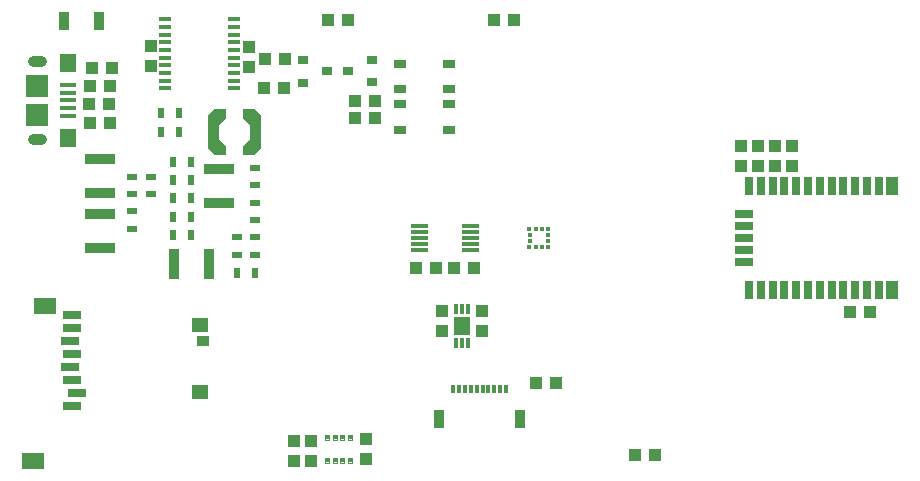
<source format=gbr>
G04 EAGLE Gerber RS-274X export*
G75*
%MOMM*%
%FSLAX34Y34*%
%LPD*%
%INSolderpaste Top*%
%IPPOS*%
%AMOC8*
5,1,8,0,0,1.08239X$1,22.5*%
G01*
%ADD10R,1.000000X1.100000*%
%ADD11R,1.100000X1.000000*%
%ADD12R,0.990600X0.304800*%
%ADD13R,0.900000X0.800000*%
%ADD14C,0.112500*%
%ADD15R,0.850000X1.500000*%
%ADD16R,0.300000X0.655000*%
%ADD17R,1.050000X0.650000*%
%ADD18R,1.500000X0.700000*%
%ADD19R,0.700000X1.500000*%
%ADD20R,1.000000X1.500000*%
%ADD21R,1.350000X0.400000*%
%ADD22R,1.400000X1.600000*%
%ADD23R,1.900000X1.900000*%
%ADD24C,0.900000*%
%ADD25R,0.900000X1.600000*%
%ADD26R,0.900000X0.600000*%
%ADD27R,0.600000X0.900000*%
%ADD28R,0.900000X2.500000*%
%ADD29R,2.500000X0.900000*%
%ADD30C,0.075000*%
%ADD31R,0.450000X0.350000*%
%ADD32R,0.350000X0.450000*%
%ADD33R,0.304800X0.812800*%
%ADD34R,1.346200X1.549400*%
%ADD35R,1.500000X0.800000*%
%ADD36R,1.900000X1.400000*%
%ADD37R,1.400000X1.300000*%
%ADD38R,1.000000X0.950000*%

G36*
X175047Y270537D02*
X175047Y270537D01*
X175042Y270544D01*
X175049Y270550D01*
X175049Y278300D01*
X175033Y278321D01*
X175035Y278334D01*
X169249Y284270D01*
X169249Y295730D01*
X175035Y301666D01*
X175039Y301692D01*
X175049Y301700D01*
X175049Y309450D01*
X175013Y309497D01*
X175006Y309492D01*
X175000Y309499D01*
X166100Y309499D01*
X166079Y309483D01*
X166066Y309485D01*
X160466Y303985D01*
X160462Y303962D01*
X160453Y303955D01*
X160454Y303953D01*
X160451Y303950D01*
X160451Y276050D01*
X160467Y276028D01*
X160466Y276015D01*
X166066Y270515D01*
X166092Y270511D01*
X166100Y270501D01*
X175000Y270501D01*
X175047Y270537D01*
G37*
G36*
X198921Y270517D02*
X198921Y270517D01*
X198935Y270515D01*
X204535Y276015D01*
X204538Y276042D01*
X204549Y276050D01*
X204549Y303950D01*
X204533Y303972D01*
X204535Y303985D01*
X198935Y309485D01*
X198908Y309489D01*
X198900Y309499D01*
X190000Y309499D01*
X189953Y309463D01*
X189958Y309456D01*
X189951Y309450D01*
X189951Y301700D01*
X189967Y301679D01*
X189965Y301666D01*
X195751Y295730D01*
X195751Y284270D01*
X189965Y278334D01*
X189961Y278308D01*
X189951Y278300D01*
X189951Y270550D01*
X189987Y270503D01*
X189994Y270508D01*
X190000Y270501D01*
X198900Y270501D01*
X198921Y270517D01*
G37*
D10*
X195050Y344720D03*
X195050Y361720D03*
D11*
X61450Y344180D03*
X78450Y344180D03*
X60450Y297780D03*
X77450Y297780D03*
D10*
X112050Y362280D03*
X112050Y345280D03*
X59750Y328780D03*
X76750Y328780D03*
X59450Y313380D03*
X76450Y313380D03*
X208350Y351380D03*
X225350Y351380D03*
X207550Y327280D03*
X224550Y327280D03*
D12*
X182398Y326640D03*
X182398Y333140D03*
X182398Y339640D03*
X182398Y346140D03*
X182398Y352640D03*
X182398Y359140D03*
X182398Y365640D03*
X182398Y372140D03*
X182398Y378640D03*
X182398Y385140D03*
X124042Y385140D03*
X124042Y378640D03*
X124042Y372140D03*
X124042Y365640D03*
X124042Y359140D03*
X124042Y352640D03*
X124042Y346140D03*
X124042Y339640D03*
X124042Y333140D03*
X124042Y326640D03*
D13*
X240550Y350680D03*
X240550Y331680D03*
X260550Y341180D03*
X298550Y331820D03*
X298550Y350820D03*
X278550Y341320D03*
D14*
X265512Y13728D02*
X265512Y9952D01*
X265512Y13728D02*
X268888Y13728D01*
X268888Y9952D01*
X265512Y9952D01*
X265512Y11021D02*
X268888Y11021D01*
X268888Y12090D02*
X265512Y12090D01*
X265512Y13159D02*
X268888Y13159D01*
X272012Y13728D02*
X272012Y9952D01*
X272012Y13728D02*
X275388Y13728D01*
X275388Y9952D01*
X272012Y9952D01*
X272012Y11021D02*
X275388Y11021D01*
X275388Y12090D02*
X272012Y12090D01*
X272012Y13159D02*
X275388Y13159D01*
X278512Y13728D02*
X278512Y9952D01*
X278512Y13728D02*
X281888Y13728D01*
X281888Y9952D01*
X278512Y9952D01*
X278512Y11021D02*
X281888Y11021D01*
X281888Y12090D02*
X278512Y12090D01*
X278512Y13159D02*
X281888Y13159D01*
X259012Y13728D02*
X259012Y9952D01*
X259012Y13728D02*
X262388Y13728D01*
X262388Y9952D01*
X259012Y9952D01*
X259012Y11021D02*
X262388Y11021D01*
X262388Y12090D02*
X259012Y12090D01*
X259012Y13159D02*
X262388Y13159D01*
X265512Y29352D02*
X265512Y33128D01*
X268888Y33128D01*
X268888Y29352D01*
X265512Y29352D01*
X265512Y30421D02*
X268888Y30421D01*
X268888Y31490D02*
X265512Y31490D01*
X265512Y32559D02*
X268888Y32559D01*
X272012Y33128D02*
X272012Y29352D01*
X272012Y33128D02*
X275388Y33128D01*
X275388Y29352D01*
X272012Y29352D01*
X272012Y30421D02*
X275388Y30421D01*
X275388Y31490D02*
X272012Y31490D01*
X272012Y32559D02*
X275388Y32559D01*
X278512Y33128D02*
X278512Y29352D01*
X278512Y33128D02*
X281888Y33128D01*
X281888Y29352D01*
X278512Y29352D01*
X278512Y30421D02*
X281888Y30421D01*
X281888Y31490D02*
X278512Y31490D01*
X278512Y32559D02*
X281888Y32559D01*
X259012Y33128D02*
X259012Y29352D01*
X259012Y33128D02*
X262388Y33128D01*
X262388Y29352D01*
X259012Y29352D01*
X259012Y30421D02*
X262388Y30421D01*
X262388Y31490D02*
X259012Y31490D01*
X259012Y32559D02*
X262388Y32559D01*
D10*
X284280Y315750D03*
X301280Y315750D03*
X284180Y301350D03*
X301180Y301350D03*
X293900Y29900D03*
X293900Y12900D03*
D15*
X355500Y47000D03*
X424500Y47000D03*
D16*
X372500Y72000D03*
X387500Y72000D03*
X397500Y72000D03*
X407500Y72000D03*
X412500Y72000D03*
X402500Y72000D03*
X392500Y72000D03*
X382500Y72000D03*
X377500Y72000D03*
X367500Y72000D03*
D11*
X232500Y11500D03*
X232500Y28500D03*
X247000Y11500D03*
X247000Y28500D03*
D17*
X322330Y325800D03*
X363830Y325800D03*
X363830Y347300D03*
X322330Y347300D03*
X363940Y313250D03*
X322440Y313250D03*
X322440Y291750D03*
X363940Y291750D03*
D18*
X614000Y200000D03*
X614000Y210000D03*
X614000Y190000D03*
X614000Y180000D03*
X614000Y220000D03*
D19*
X618000Y156000D03*
X628000Y156000D03*
X638000Y156000D03*
X648000Y156000D03*
X658000Y156000D03*
X668000Y156000D03*
X678000Y156000D03*
X688000Y156000D03*
X698000Y156000D03*
X708000Y156000D03*
X718000Y156000D03*
X728000Y156000D03*
X618000Y244000D03*
X628000Y244000D03*
X638000Y244000D03*
X648000Y244000D03*
X658000Y244000D03*
X668000Y244000D03*
X678000Y244000D03*
X688000Y244000D03*
X698000Y244000D03*
X708000Y244000D03*
X718000Y244000D03*
X728000Y244000D03*
D20*
X739500Y244000D03*
X739500Y156000D03*
D11*
X625500Y278000D03*
X625500Y261000D03*
X611000Y261000D03*
X611000Y278000D03*
X654500Y261000D03*
X654500Y278000D03*
X640000Y261000D03*
X640000Y278000D03*
D21*
X41700Y316500D03*
X41700Y310000D03*
X41700Y323000D03*
X41700Y329500D03*
X41700Y303500D03*
D22*
X41700Y348500D03*
X41700Y284500D03*
D23*
X14950Y328500D03*
X14950Y304500D03*
D24*
X11500Y349500D02*
X18500Y349500D01*
X18500Y283500D02*
X11500Y283500D01*
D25*
X67500Y384000D03*
X38500Y384000D03*
D26*
X95500Y252000D03*
X95500Y237000D03*
X200000Y259500D03*
X200000Y244500D03*
X200000Y230000D03*
X200000Y215000D03*
D27*
X145500Y264500D03*
X130500Y264500D03*
D28*
X131500Y178000D03*
X160500Y178000D03*
D29*
X69000Y267000D03*
X69000Y238000D03*
X169500Y229500D03*
X169500Y258500D03*
X69000Y220500D03*
X69000Y191500D03*
D26*
X111500Y252000D03*
X111500Y237000D03*
X95500Y207500D03*
X95500Y222500D03*
D27*
X145500Y249000D03*
X130500Y249000D03*
X145500Y233500D03*
X130500Y233500D03*
X145500Y218000D03*
X130500Y218000D03*
X130500Y202500D03*
X145500Y202500D03*
D26*
X200000Y185500D03*
X200000Y200500D03*
D27*
X199500Y170500D03*
X184500Y170500D03*
D26*
X184500Y200500D03*
X184500Y185500D03*
D27*
X120500Y290000D03*
X135500Y290000D03*
X135500Y305500D03*
X120500Y305500D03*
D30*
X375125Y191625D02*
X388775Y191625D01*
X388775Y189375D01*
X375125Y189375D01*
X375125Y191625D01*
X375125Y190087D02*
X388775Y190087D01*
X388775Y190799D02*
X375125Y190799D01*
X375125Y191511D02*
X388775Y191511D01*
X388775Y196625D02*
X375125Y196625D01*
X388775Y196625D02*
X388775Y194375D01*
X375125Y194375D01*
X375125Y196625D01*
X375125Y195087D02*
X388775Y195087D01*
X388775Y195799D02*
X375125Y195799D01*
X375125Y196511D02*
X388775Y196511D01*
X388775Y201625D02*
X375125Y201625D01*
X388775Y201625D02*
X388775Y199375D01*
X375125Y199375D01*
X375125Y201625D01*
X375125Y200087D02*
X388775Y200087D01*
X388775Y200799D02*
X375125Y200799D01*
X375125Y201511D02*
X388775Y201511D01*
X388775Y206625D02*
X375125Y206625D01*
X388775Y206625D02*
X388775Y204375D01*
X375125Y204375D01*
X375125Y206625D01*
X375125Y205087D02*
X388775Y205087D01*
X388775Y205799D02*
X375125Y205799D01*
X375125Y206511D02*
X388775Y206511D01*
X388775Y211625D02*
X375125Y211625D01*
X388775Y211625D02*
X388775Y209375D01*
X375125Y209375D01*
X375125Y211625D01*
X375125Y210087D02*
X388775Y210087D01*
X388775Y210799D02*
X375125Y210799D01*
X375125Y211511D02*
X388775Y211511D01*
X345875Y211625D02*
X332225Y211625D01*
X345875Y211625D02*
X345875Y209375D01*
X332225Y209375D01*
X332225Y211625D01*
X332225Y210087D02*
X345875Y210087D01*
X345875Y210799D02*
X332225Y210799D01*
X332225Y211511D02*
X345875Y211511D01*
X345875Y206625D02*
X332225Y206625D01*
X345875Y206625D02*
X345875Y204375D01*
X332225Y204375D01*
X332225Y206625D01*
X332225Y205087D02*
X345875Y205087D01*
X345875Y205799D02*
X332225Y205799D01*
X332225Y206511D02*
X345875Y206511D01*
X345875Y201625D02*
X332225Y201625D01*
X345875Y201625D02*
X345875Y199375D01*
X332225Y199375D01*
X332225Y201625D01*
X332225Y200087D02*
X345875Y200087D01*
X345875Y200799D02*
X332225Y200799D01*
X332225Y201511D02*
X345875Y201511D01*
X345875Y196625D02*
X332225Y196625D01*
X345875Y196625D02*
X345875Y194375D01*
X332225Y194375D01*
X332225Y196625D01*
X332225Y195087D02*
X345875Y195087D01*
X345875Y195799D02*
X332225Y195799D01*
X332225Y196511D02*
X345875Y196511D01*
X345875Y191625D02*
X332225Y191625D01*
X345875Y191625D02*
X345875Y189375D01*
X332225Y189375D01*
X332225Y191625D01*
X332225Y190087D02*
X345875Y190087D01*
X345875Y190799D02*
X332225Y190799D01*
X332225Y191511D02*
X345875Y191511D01*
D11*
X385000Y175000D03*
X368000Y175000D03*
X353000Y175000D03*
X336000Y175000D03*
D10*
X521500Y16500D03*
X538500Y16500D03*
X278500Y384500D03*
X261500Y384500D03*
X419000Y385000D03*
X402000Y385000D03*
D11*
X703500Y137500D03*
X720500Y137500D03*
X455000Y77000D03*
X438000Y77000D03*
D31*
X432000Y207500D03*
X432400Y202500D03*
X432400Y197500D03*
X432000Y192500D03*
D32*
X437500Y192400D03*
X442500Y192400D03*
D31*
X448000Y192500D03*
X447600Y197500D03*
X447600Y202500D03*
X448000Y207500D03*
D32*
X442500Y207600D03*
X437500Y207600D03*
D33*
X380080Y140178D03*
X375000Y140178D03*
X369920Y140178D03*
X369920Y111222D03*
X375000Y111222D03*
X380080Y111222D03*
D34*
X375000Y125700D03*
D11*
X358000Y138500D03*
X358000Y121500D03*
X392000Y138500D03*
X392000Y121500D03*
D35*
X44900Y134600D03*
D36*
X22000Y142500D03*
D37*
X153500Y126500D03*
D38*
X155500Y112600D03*
D37*
X153500Y69500D03*
D36*
X12000Y11000D03*
D35*
X44900Y123600D03*
X42900Y112600D03*
X44900Y101600D03*
X42900Y90600D03*
X44900Y79600D03*
X48900Y68600D03*
X44900Y57600D03*
M02*

</source>
